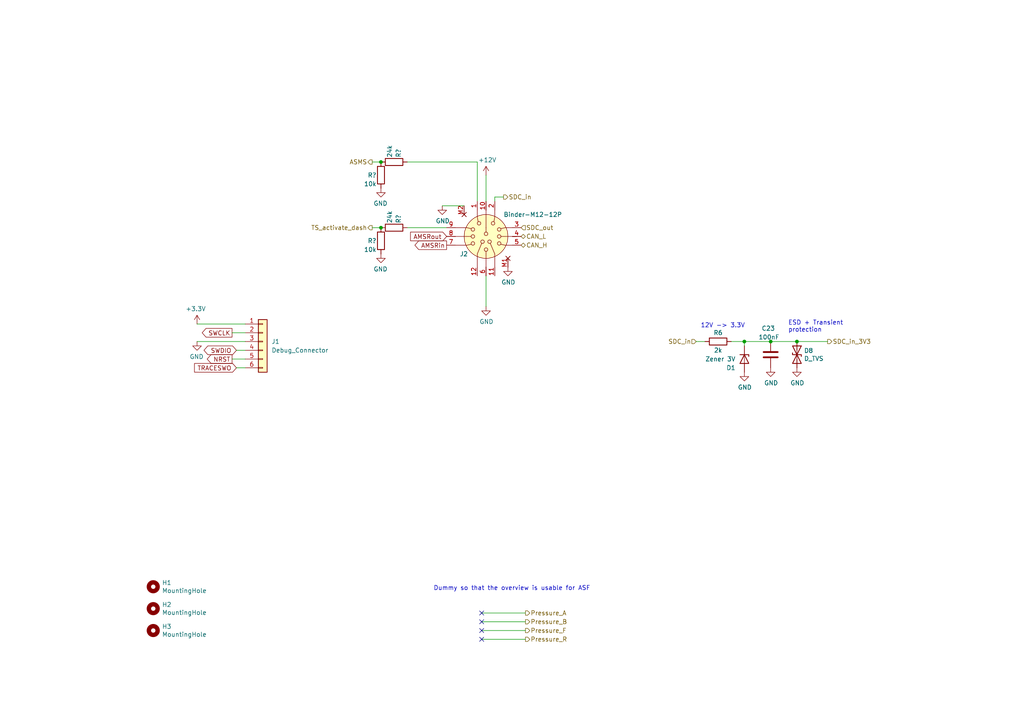
<source format=kicad_sch>
(kicad_sch (version 20211123) (generator eeschema)
  (paper "A4")
  (title_block (title "SDCL - Connections") (date "2021-12-16") (rev "v1.0") (company "FaSTTUBe - Formula Student Team TU Berlin") (comment 1 "Car 113") (comment 2 "EBS Electronics") (comment 3 "Electrical connections: Power, Programming, Buttons, CAN, SDC"))
  (lib_symbols
    (symbol "Connector_Generic:Conn_01x06" (pin_names (offset 1.016) hide)
      (property "Reference" "J" (at 0 7.62 0))
      (property "Value" "Conn_01x06" (at 0 -10.16 0))
      (symbol "Conn_01x06_1_1"
        (rectangle (start -1.27 -7.493) (end 0 -7.747) (stroke (width 0.1524)))
        (rectangle (start -1.27 -4.953) (end 0 -5.207) (stroke (width 0.1524)))
        (rectangle (start -1.27 -2.413) (end 0 -2.667) (stroke (width 0.1524)))
        (rectangle (start -1.27 0.127) (end 0 -0.127) (stroke (width 0.1524)))
        (rectangle (start -1.27 2.667) (end 0 2.413) (stroke (width 0.1524)))
        (rectangle (start -1.27 5.207) (end 0 4.953) (stroke (width 0.1524)))
        (rectangle (start -1.27 6.35) (end 1.27 -8.89) (stroke (width 0.254)) (fill (type background)))
        (pin passive line (at -5.08 5.08 0) (length 3.81) (name "Pin_1") (number "1"))
        (pin passive line (at -5.08 2.54 0) (length 3.81) (name "Pin_2") (number "2"))
        (pin passive line (at -5.08 0 0) (length 3.81) (name "Pin_3") (number "3"))
        (pin passive line (at -5.08 -2.54 0) (length 3.81) (name "Pin_4") (number "4"))
        (pin passive line (at -5.08 -5.08 0) (length 3.81) (name "Pin_5") (number "5"))
        (pin passive line (at -5.08 -7.62 0) (length 3.81) (name "Pin_6") (number "6"))
      )
    )
    (symbol "Custom:Binder-M12-12P" (pin_names (offset 1.016))
      (property "Reference" "J" (at -6.985 -5.715 0))
      (property "Value" "Binder-M12-12P" (at 4.572 6.858 0))
      (symbol "Binder-M12-12P_0_1"
        (circle (center -3.81 2.032) (radius 0.508))
        (circle (center -1.016 -1.524) (radius 0.508))
        (circle (center 0 -3.81) (radius 0.508))
        (polyline (pts (xy -8.89 -2.54) (xy -6.35 -2.54)))
        (polyline (pts (xy -8.89 2.54) (xy -6.35 2.54)))
        (polyline (pts (xy -2.54 -5.08) (xy -2.54 -8.89)))
        (polyline (pts (xy -2.54 6.35) (xy -2.54 7.62)))
        (polyline (pts (xy -1.2446 -1.9558) (xy -2.54 -5.08)))
        (polyline (pts (xy 0 -4.318) (xy 0 -8.89)))
        (polyline (pts (xy 0 2.54) (xy 0 1.27)))
        (polyline (pts (xy 0 2.54) (xy 0 7.62)))
        (polyline (pts (xy 1.2192 -1.9812) (xy 2.54 -5.08)))
        (polyline (pts (xy 2.54 -5.08) (xy 2.54 -8.89)))
        (polyline (pts (xy 2.54 6.35) (xy 2.54 7.62)))
        (polyline (pts (xy 6.35 -2.54) (xy 7.62 -2.54)))
        (polyline (pts (xy 6.35 2.54) (xy 7.62 2.54)))
        (polyline (pts (xy -6.35 2.54) (xy -5.588 2.54) (xy -4.318 2.286)))
        (polyline (pts (xy 6.35 2.54) (xy 5.588 2.54) (xy 4.318 2.286)))
        (circle (center 0 0) (radius 6.35) (fill (type background)))
        (circle (center 0 0.762) (radius 0.508))
        (circle (center 1.016 -1.524) (radius 0.508))
        (circle (center 3.81 2.032) (radius 0.508))
      )
      (symbol "Binder-M12-12P_1_1"
        (circle (center -3.81 -2.032) (radius 0.508))
        (circle (center -3.81 0) (radius 0.508))
        (circle (center -2.032 3.81) (radius 0.508))
        (polyline (pts (xy -4.318 0) (xy -8.89 0)))
        (polyline (pts (xy 4.318 0) (xy 8.89 0)))
        (polyline (pts (xy -6.35 -2.54) (xy -5.588 -2.54) (xy -4.318 -2.286)))
        (polyline (pts (xy -2.54 6.35) (xy -2.54 5.588) (xy -2.286 4.318)))
        (polyline (pts (xy 2.54 6.35) (xy 2.54 5.588) (xy 2.286 4.318)))
        (polyline (pts (xy 6.35 -2.54) (xy 5.588 -2.54) (xy 4.318 -2.286)))
        (circle (center 2.032 3.81) (radius 0.508))
        (circle (center 3.81 -2.032) (radius 0.508))
        (circle (center 3.81 0) (radius 0.508))
        (pin passive line (at -2.54 10.16 270) (length 2.54) (name "~") (number "1"))
        (pin passive line (at 0 10.16 270) (length 2.54) (name "~") (number "10"))
        (pin passive line (at 2.54 -11.43 90) (length 2.54) (name "~") (number "11"))
        (pin passive line (at -2.54 -11.43 90) (length 2.54) (name "~") (number "12"))
        (pin passive line (at 2.54 10.16 270) (length 2.54) (name "~") (number "2"))
        (pin passive line (at 10.16 2.54 180) (length 2.54) (name "~") (number "3"))
        (pin passive line (at 10.16 0 180) (length 2.54) (name "~") (number "4"))
        (pin passive line (at 10.16 -2.54 180) (length 2.54) (name "~") (number "5"))
        (pin passive line (at 0 -11.43 90) (length 2.54) (name "~") (number "6"))
        (pin passive line (at -11.43 -2.54 0) (length 2.54) (name "~") (number "7"))
        (pin passive line (at -11.43 0 0) (length 2.54) (name "~") (number "8"))
        (pin passive line (at -11.43 2.54 0) (length 2.54) (name "~") (number "9"))
        (pin passive non_logic (at 6.35 -8.89 90) (length 2.54) (name "~") (number "M1"))
        (pin passive non_logic (at -6.35 8.89 270) (length 2.54) (name "~") (number "M2"))
      )
    )
    (symbol "Device:C" (pin_numbers hide) (pin_names (offset 0.254))
      (property "Reference" "C" (at 0.635 2.54 0))
      (property "Value" "C" (at 0.635 -2.54 0))
      (symbol "C_0_1"
        (polyline (pts (xy -2.032 -0.762) (xy 2.032 -0.762)) (stroke (width 0.508)))
        (polyline (pts (xy -2.032 0.762) (xy 2.032 0.762)) (stroke (width 0.508)))
      )
      (symbol "C_1_1"
        (pin passive line (at 0 3.81 270) (length 2.794) (name "~") (number "1"))
        (pin passive line (at 0 -3.81 90) (length 2.794) (name "~") (number "2"))
      )
    )
    (symbol "Device:D_TVS" (pin_numbers hide) (pin_names (offset 1.016) hide)
      (property "Reference" "D" (at 0 2.54 0))
      (property "Value" "D_TVS" (at 0 -2.54 0))
      (symbol "D_TVS_0_1"
        (polyline (pts (xy 1.27 0) (xy -1.27 0)))
        (polyline (pts (xy 0.508 1.27) (xy 0 1.27) (xy 0 -1.27) (xy -0.508 -1.27)) (stroke (width 0.254)))
        (polyline (pts (xy -2.54 1.27) (xy -2.54 -1.27) (xy 2.54 1.27) (xy 2.54 -1.27) (xy -2.54 1.27)) (stroke (width 0.254)))
      )
      (symbol "D_TVS_1_1"
        (pin passive line (at -3.81 0 0) (length 2.54) (name "A1") (number "1"))
        (pin passive line (at 3.81 0 180) (length 2.54) (name "A2") (number "2"))
      )
    )
    (symbol "Device:D_Zener" (pin_numbers hide) (pin_names (offset 1.016) hide)
      (property "Reference" "D" (at 0 2.54 0))
      (property "Value" "D_Zener" (at 0 -2.54 0))
      (symbol "D_Zener_0_1"
        (polyline (pts (xy 1.27 0) (xy -1.27 0)))
        (polyline (pts (xy -1.27 -1.27) (xy -1.27 1.27) (xy -0.762 1.27)) (stroke (width 0.254)))
        (polyline (pts (xy 1.27 -1.27) (xy 1.27 1.27) (xy -1.27 0) (xy 1.27 -1.27)) (stroke (width 0.254)))
      )
      (symbol "D_Zener_1_1"
        (pin passive line (at -3.81 0 0) (length 2.54) (name "K") (number "1"))
        (pin passive line (at 3.81 0 180) (length 2.54) (name "A") (number "2"))
      )
    )
    (symbol "Device:R" (pin_numbers hide) (pin_names (offset 0))
      (property "Reference" "R" (at 2.032 0 90))
      (property "Value" "R" (at 0 0 90))
      (symbol "R_0_1"
        (rectangle (start -1.016 -2.54) (end 1.016 2.54) (stroke (width 0.254)))
      )
      (symbol "R_1_1"
        (pin passive line (at 0 3.81 270) (length 1.27) (name "~") (number "1"))
        (pin passive line (at 0 -3.81 90) (length 1.27) (name "~") (number "2"))
      )
    )
    (symbol "Mechanical:MountingHole" (pin_names (offset 1.016))
      (property "Reference" "H" (at 0 5.08 0))
      (property "Value" "MountingHole" (at 0 3.175 0))
      (symbol "MountingHole_0_1"
        (circle (center 0 0) (radius 1.27) (stroke (width 1.27)))
      )
    )
    (symbol "power:+12V" (power) (pin_names (offset 0))
      (property "Value" "+12V" (at 0 3.556 0))
      (symbol "+12V_0_1"
        (polyline (pts (xy -0.762 1.27) (xy 0 2.54)))
        (polyline (pts (xy 0 0) (xy 0 2.54)))
        (polyline (pts (xy 0 2.54) (xy 0.762 1.27)))
      )
      (symbol "+12V_1_1"
        (pin power_in line (at 0 0 90) (length 0) hide (name "+12V") (number "1"))
      )
    )
    (symbol "power:+3.3V" (power) (pin_names (offset 0))
      (property "Value" "+3.3V" (at 0 3.556 0))
      (symbol "+3.3V_0_1"
        (polyline (pts (xy -0.762 1.27) (xy 0 2.54)))
        (polyline (pts (xy 0 0) (xy 0 2.54)))
        (polyline (pts (xy 0 2.54) (xy 0.762 1.27)))
      )
      (symbol "+3.3V_1_1"
        (pin power_in line (at 0 0 90) (length 0) hide (name "+3.3V") (number "1"))
      )
    )
    (symbol "power:GND" (power) (pin_names (offset 0))
      (property "Value" "GND" (at 0 -3.81 0))
      (symbol "GND_0_1"
        (polyline (pts (xy 0 0) (xy 0 -1.27) (xy 1.27 -1.27) (xy 0 -2.54) (xy -1.27 -1.27) (xy 0 -1.27)))
      )
      (symbol "GND_1_1"
        (pin power_in line (at 0 0 270) (length 0) hide (name "GND") (number "1"))
      )
    )
  )
  (junction (at 215.9 99.06))
  (junction (at 231.14 99.06))
  (junction (at 110.49 66.04))
  (junction (at 110.49 46.99))
  (junction (at 223.52 99.06))
  (no_connect (at 139.7 185.42))
  (no_connect (at 139.7 180.34))
  (no_connect (at 139.7 177.8))
  (no_connect (at 139.7 182.88))
  (wire (pts (xy 68.58 101.6) (xy 71.12 101.6)))
  (wire (pts (xy 68.58 106.68) (xy 71.12 106.68)))
  (wire (pts (xy 215.9 99.06) (xy 223.52 99.06)))
  (wire (pts (xy 67.31 104.14) (xy 71.12 104.14)))
  (wire (pts (xy 215.9 100.33) (xy 215.9 99.06)))
  (wire (pts (xy 223.52 99.06) (xy 231.14 99.06)))
  (wire (pts (xy 118.11 46.99) (xy 138.43 46.99)))
  (wire (pts (xy 107.95 66.04) (xy 110.49 66.04)))
  (wire (pts (xy 57.15 93.98) (xy 71.12 93.98)))
  (wire (pts (xy 139.7 177.8) (xy 152.4 177.8)))
  (wire (pts (xy 201.93 99.06) (xy 204.47 99.06)))
  (wire (pts (xy 140.97 80.01) (xy 140.97 88.9)))
  (wire (pts (xy 143.51 57.15) (xy 146.05 57.15)))
  (wire (pts (xy 57.15 99.06) (xy 71.12 99.06)))
  (wire (pts (xy 118.11 66.04) (xy 129.54 66.04)))
  (wire (pts (xy 128.27 59.69) (xy 134.62 59.69)))
  (wire (pts (xy 143.51 58.42) (xy 143.51 57.15)))
  (wire (pts (xy 138.43 46.99) (xy 138.43 58.42)))
  (wire (pts (xy 107.95 46.99) (xy 110.49 46.99)))
  (wire (pts (xy 140.97 50.8) (xy 140.97 58.42)))
  (wire (pts (xy 139.7 185.42) (xy 152.4 185.42)))
  (wire (pts (xy 139.7 180.34) (xy 152.4 180.34)))
  (wire (pts (xy 67.31 96.52) (xy 71.12 96.52)))
  (wire (pts (xy 231.14 99.06) (xy 240.03 99.06)))
  (wire (pts (xy 212.09 99.06) (xy 215.9 99.06)))
  (wire (pts (xy 139.7 182.88) (xy 152.4 182.88)))
  (text "Dummy so that the overview is usable for ASF" (at 125.73 171.45 0) (effects (font (size 1.27 1.27)) (justify left bottom)))
  (text "12V -> 3.3V" (at 203.2 95.25 0) (effects (font (size 1.27 1.27)) (justify left bottom)))
  (text "ESD + Transient\nprotection" (at 228.6 96.52 0) (effects (font (size 1.27 1.27)) (justify left bottom)))
  (global_label "AMSRin" (shape output) (at 129.54 71.12 180) (property "Intersheet References" "${INTERSHEET_REFS}" (effects hide)))
  (global_label "AMSRout" (shape input) (at 129.54 68.58 180) (property "Intersheet References" "${INTERSHEET_REFS}" (effects hide)))
  (global_label "TRACESWO" (shape input) (at 68.58 106.68 180) (property "Intersheet References" "${INTERSHEET_REFS}" (effects hide)))
  (global_label "NRST" (shape output) (at 67.31 104.14 180) (property "Intersheet References" "${INTERSHEET_REFS}" (effects hide)))
  (global_label "SWCLK" (shape output) (at 67.31 96.52 180) (property "Intersheet References" "${INTERSHEET_REFS}" (effects hide)))
  (global_label "SWDIO" (shape bidirectional) (at 68.58 101.6 180) (property "Intersheet References" "${INTERSHEET_REFS}" (effects hide)))
  (hierarchical_label "SDC_in_3V3" (shape output) (at 240.03 99.06 0))
  (hierarchical_label "Pressure_R" (shape output) (at 152.4 185.42 0))
  (hierarchical_label "SDC_out" (shape input) (at 151.13 66.04 0))
  (hierarchical_label "TS_activate_dash" (shape output) (at 107.95 66.04 180))
  (hierarchical_label "Pressure_B" (shape output) (at 152.4 180.34 0))
  (hierarchical_label "ASMS" (shape output) (at 107.95 46.99 180))
  (hierarchical_label "SDC_in" (shape output) (at 146.05 57.15 0))
  (hierarchical_label "CAN_H" (shape bidirectional) (at 151.13 71.12 0))
  (hierarchical_label "Pressure_F" (shape output) (at 152.4 182.88 0))
  (hierarchical_label "SDC_in" (shape input) (at 201.93 99.06 180))
  (hierarchical_label "CAN_L" (shape bidirectional) (at 151.13 68.58 0))
  (hierarchical_label "Pressure_A" (shape output) (at 152.4 177.8 0))
  (symbol (lib_id "Device:R") (at 208.28 99.06 90) (mirror x) (unit 1)
    (property "Reference" "R6" (at 208.28 96.52 90))
    (property "Value" "2k" (at 208.28 101.6 90))
    (property "Footprint" "Resistor_SMD:R_0603_1608Metric_Pad1.05x0.95mm_HandSolder" (effects hide))
  )
  (symbol (lib_id "power:GND") (at 215.9 107.95 0) (unit 1)
    (property "Reference" "#PWR0101" (effects hide))
    (property "Value" "GND" (at 216.027 112.3442 0))
  )
  (symbol (lib_id "power:GND") (at 231.14 106.68 0) (unit 1)
    (property "Reference" "#PWR0102" (effects hide))
    (property "Value" "GND" (at 231.267 111.0742 0))
  )
  (symbol (lib_id "Device:C") (at 223.52 102.87 180) (unit 1)
    (property "Reference" "C23" (at 224.79 95.25 0) (effects (justify left)))
    (property "Value" "100nF" (at 226.06 97.79 0) (effects (justify left)))
    (property "Footprint" "Capacitor_SMD:C_0603_1608Metric_Pad1.05x0.95mm_HandSolder" (effects hide))
  )
  (symbol (lib_id "power:GND") (at 223.52 106.68 0) (unit 1)
    (property "Reference" "#PWR0104" (effects hide))
    (property "Value" "GND" (at 223.647 111.0742 0))
  )
  (symbol (lib_id "Device:D_TVS") (at 231.14 102.87 270) (unit 1)
    (property "Reference" "D8" (at 233.172 101.7016 90) (effects (justify left)))
    (property "Value" "D_TVS" (at 233.172 104.013 90) (effects (justify left)))
    (property "Footprint" "Diode_SMD:D_SOD-323_HandSoldering" (effects hide))
  )
  (symbol (lib_id "Mechanical:MountingHole") (at 44.45 170.18 0) (unit 1)
    (property "Reference" "H1" (at 46.99 169.0116 0) (effects (justify left)))
    (property "Value" "MountingHole" (at 46.99 171.323 0) (effects (justify left)))
    (property "Footprint" "MountingHole:MountingHole_3.2mm_M3" (effects hide))
  )
  (symbol (lib_id "Mechanical:MountingHole") (at 44.45 176.53 0) (unit 1)
    (property "Reference" "H2" (at 46.99 175.3616 0) (effects (justify left)))
    (property "Value" "MountingHole" (at 46.99 177.673 0) (effects (justify left)))
    (property "Footprint" "MountingHole:MountingHole_3.2mm_M3" (effects hide))
  )
  (symbol (lib_id "Mechanical:MountingHole") (at 44.45 182.88 0) (unit 1)
    (property "Reference" "H3" (at 46.99 181.7116 0) (effects (justify left)))
    (property "Value" "MountingHole" (at 46.99 184.023 0) (effects (justify left)))
    (property "Footprint" "MountingHole:MountingHole_3.2mm_M3" (effects hide))
  )
  (symbol (lib_id "power:+12V") (at 140.97 50.8 0) (unit 1)
    (property "Reference" "#PWR0106" (effects hide))
    (property "Value" "+12V" (at 141.351 46.4058 0))
  )
  (symbol (lib_id "power:+3.3V") (at 57.15 93.98 0) (mirror y) (unit 1)
    (property "Reference" "#PWR0141" (effects hide))
    (property "Value" "+3.3V" (at 56.769 89.5858 0))
  )
  (symbol (lib_id "power:GND") (at 57.15 99.06 0) (mirror y) (unit 1)
    (property "Reference" "#PWR0164" (effects hide))
    (property "Value" "GND" (at 57.023 103.4542 0))
  )
  (symbol (lib_id "power:GND") (at 140.97 88.9 0) (unit 1)
    (property "Reference" "#PWR0110" (effects hide))
    (property "Value" "GND" (at 141.097 93.2942 0))
  )
  (symbol (lib_id "power:GND") (at 147.32 77.47 0) (unit 1)
    (property "Reference" "#PWR0121" (effects hide))
    (property "Value" "GND" (at 147.447 81.8642 0))
  )
  (symbol (lib_id "Custom:Binder-M12-12P") (at 140.97 68.58 0) (unit 1)
    (property "Reference" "J2" (at 133.35 73.66 0) (effects (justify left)))
    (property "Value" "Binder-M12-12P" (at 146.05 62.23 0) (effects (justify left)))
    (property "Footprint" "Custom:Binder_M12-A_12P_Female_NoSilk" (effects hide))
    (property "Datasheet" "http://www.mouser.com/ds/2/18/40_c091_abd_e-75918.pdf" (effects hide))
  )
  (symbol (lib_id "power:GND") (at 128.27 59.69 0) (unit 1)
    (property "Reference" "#PWR0114" (effects hide))
    (property "Value" "GND" (at 128.397 64.0842 0))
  )
  (symbol (lib_id "Device:D_Zener") (at 215.9 104.14 270) (unit 1)
    (property "Reference" "D1" (at 213.36 106.68 90) (effects (justify right)))
    (property "Value" "Zener 3V" (at 213.36 104.14 90) (effects (justify right)))
    (property "Footprint" "Diode_SMD:D_SOD-323_HandSoldering" (effects hide))
  )
  (symbol (lib_id "power:GND") (at 110.49 73.66 0) (mirror y) (unit 1)
    (property "Reference" "#PWR?" (effects hide))
    (property "Value" "GND" (at 110.363 78.0542 0))
  )
  (symbol (lib_id "Device:R") (at 114.3 66.04 270) (mirror x) (unit 1)
    (property "Reference" "R?" (at 115.57 64.77 0) (effects (justify left)))
    (property "Value" "24k" (at 113.03 64.77 0) (effects (justify left)))
    (property "Footprint" "Resistor_SMD:R_0603_1608Metric_Pad1.05x0.95mm_HandSolder" (effects hide))
  )
  (symbol (lib_id "Device:R") (at 110.49 69.85 0) (mirror y) (unit 1)
    (property "Reference" "R?" (at 109.22 69.85 0) (effects (justify left)))
    (property "Value" "10k" (at 109.22 72.39 0) (effects (justify left)))
    (property "Footprint" "Resistor_SMD:R_0603_1608Metric_Pad1.05x0.95mm_HandSolder" (effects hide))
  )
  (symbol (lib_id "Device:R") (at 110.49 50.8 0) (mirror y) (unit 1)
    (property "Reference" "R?" (at 109.22 50.8 0) (effects (justify left)))
    (property "Value" "10k" (at 109.22 53.34 0) (effects (justify left)))
    (property "Footprint" "Resistor_SMD:R_0603_1608Metric_Pad1.05x0.95mm_HandSolder" (effects hide))
  )
  (symbol (lib_id "power:GND") (at 110.49 54.61 0) (mirror y) (unit 1)
    (property "Reference" "#PWR?" (effects hide))
    (property "Value" "GND" (at 110.363 59.0042 0))
  )
  (symbol (lib_id "Device:R") (at 114.3 46.99 270) (mirror x) (unit 1)
    (property "Reference" "R?" (at 115.57 45.72 0) (effects (justify left)))
    (property "Value" "24k" (at 113.03 45.72 0) (effects (justify left)))
    (property "Footprint" "Resistor_SMD:R_0603_1608Metric_Pad1.05x0.95mm_HandSolder" (effects hide))
  )
  (symbol (lib_id "Connector_Generic:Conn_01x06") (at 76.2 99.06 0) (unit 1)
    (property "Reference" "J1" (at 78.74 99.0599 0) (effects (justify left)))
    (property "Value" "Debug_Connector" (at 78.74 101.5999 0) (effects (justify left)))
  )
)
</source>
